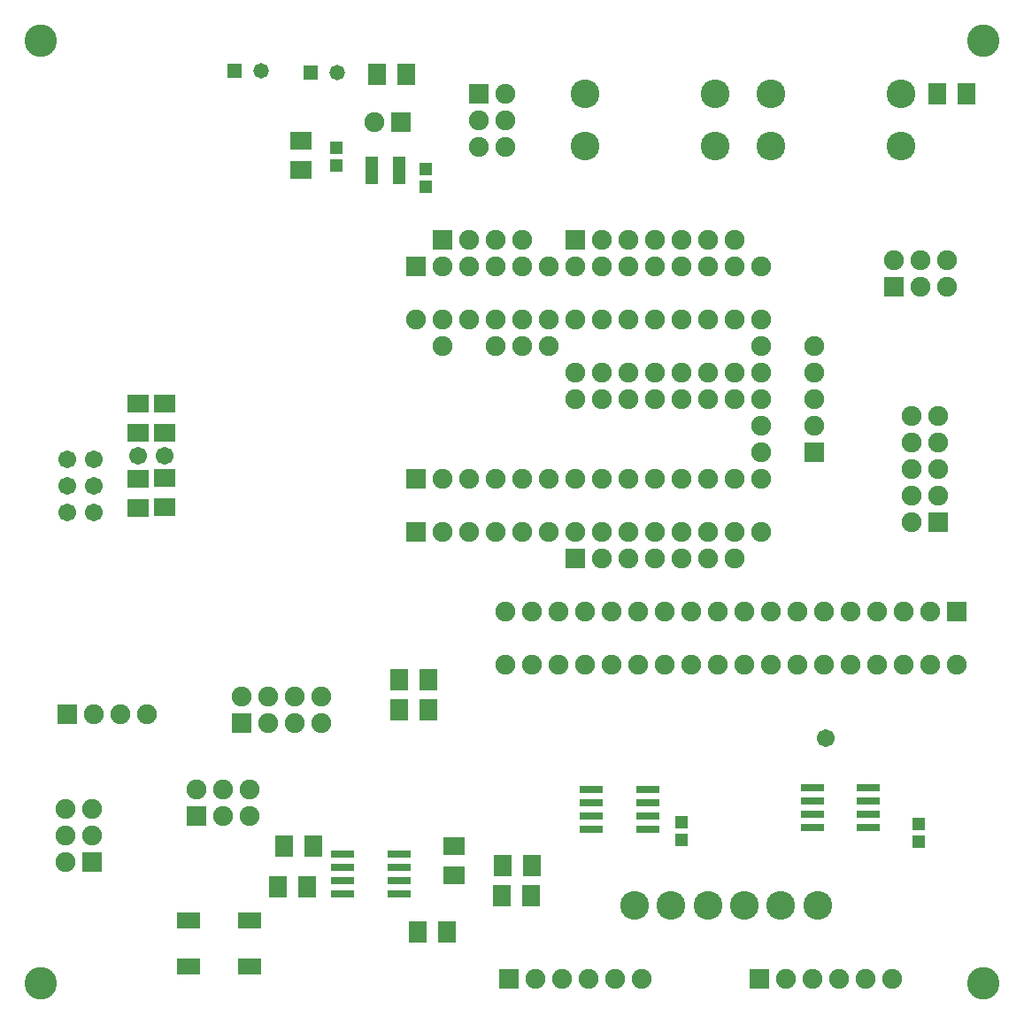
<source format=gbr>
G04 DipTrace 2.4.0.2*
%INTopMask.gbr*%
%MOMM*%
%ADD33C,1.702*%
%ADD35C,3.1*%
%ADD45R,2.204X0.804*%
%ADD47C,1.906*%
%ADD48R,1.204X0.654*%
%ADD50C,2.744*%
%ADD52R,1.804X2.004*%
%ADD54R,2.004X1.804*%
%ADD57C,1.904*%
%ADD59R,1.904X1.904*%
%ADD61R,1.474X1.474*%
%ADD63C,1.474*%
%ADD65R,2.304X1.604*%
%ADD67R,1.204X1.304*%
%FSLAX53Y53*%
G04*
G71*
G90*
G75*
G01*
%LNTopMask*%
%LPD*%
G54D67*
X75093Y29215D3*
Y27515D3*
X97797Y29056D3*
Y27356D3*
X42070Y92087D3*
Y93787D3*
X50643Y90023D3*
Y91723D3*
G54D65*
X27940Y15402D3*
Y19802D3*
X33814Y15402D3*
Y19802D3*
G54D63*
X42229Y100978D3*
G54D61*
X39689D3*
G54D63*
X34925Y101136D3*
G54D61*
X32385D3*
G54D35*
X103989Y103989D3*
X13819Y13819D3*
Y103989D3*
X103989Y13819D3*
G54D59*
X55729Y98909D3*
G54D57*
X58269D3*
X55729Y96369D3*
X58269D3*
X55729Y93829D3*
X58269D3*
G54D59*
X28734Y29850D3*
G54D57*
Y32390D3*
X31274Y29850D3*
Y32390D3*
X33814Y29850D3*
Y32390D3*
G54D59*
X82555Y14291D3*
G54D57*
X85095D3*
X87635D3*
X90175D3*
X92715D3*
X95255D3*
G54D59*
X58582D3*
G54D57*
X61122D3*
X63662D3*
X66202D3*
X68742D3*
X71282D3*
G54D59*
X18731Y25405D3*
G54D57*
X16191D3*
X18731Y27945D3*
X16191D3*
X18731Y30485D3*
X16191D3*
G54D59*
X49695Y56999D3*
G54D57*
X52235D3*
X54775D3*
X57315D3*
X59855D3*
X62395D3*
X64935D3*
X67475D3*
X70015D3*
X72555D3*
X75095D3*
X77635D3*
X80175D3*
X82715D3*
G54D59*
X49695Y82399D3*
G54D57*
X52235D3*
X54775D3*
X57315D3*
X59855D3*
X62395D3*
X64935D3*
X67475D3*
X70015D3*
X72555D3*
X75095D3*
X77635D3*
X80175D3*
X82715D3*
G54D59*
X87795Y64619D3*
G54D57*
Y67159D3*
Y69699D3*
Y72239D3*
Y74779D3*
G54D59*
X52235Y84939D3*
G54D57*
X54775D3*
X57315D3*
X59855D3*
G54D59*
X64935Y54459D3*
G54D57*
X67475D3*
X70015D3*
X72555D3*
X75095D3*
X77635D3*
X80175D3*
G54D59*
X64935Y84939D3*
G54D57*
X67475D3*
X70015D3*
X72555D3*
X75095D3*
X77635D3*
X80175D3*
G54D59*
X33020Y38741D3*
G54D57*
Y41281D3*
X35560Y38741D3*
Y41281D3*
X38100Y38741D3*
Y41281D3*
X40640Y38741D3*
Y41281D3*
G54D59*
X95416Y80497D3*
G54D57*
Y83037D3*
X97956Y80497D3*
Y83037D3*
X100496Y80497D3*
Y83037D3*
G54D59*
X101449Y49379D3*
G54D57*
X98909D3*
X96369D3*
X93829D3*
X91289D3*
X88749D3*
X86209D3*
X83669D3*
X81129D3*
X78589D3*
X76049D3*
X73509D3*
X70969D3*
X68429D3*
X65889D3*
X63349D3*
X60809D3*
X58269D3*
G54D59*
X48262Y96215D3*
G54D57*
X45722D3*
G54D59*
X99702Y57952D3*
G54D57*
X97162D3*
X99702Y60492D3*
X97162D3*
X99702Y63032D3*
X97162D3*
X99702Y65572D3*
X97162D3*
X99702Y68112D3*
X97162D3*
G54D33*
X88906Y37312D3*
X23177Y64303D3*
X16350Y58905D3*
X16349Y63985D3*
X18889D3*
X18890Y58905D3*
X16349Y61445D3*
X18889D3*
X25717Y64303D3*
G54D54*
Y66525D3*
Y69325D3*
G54D52*
X48103Y42869D3*
X50903D3*
X48103Y40011D3*
X50903D3*
G54D54*
X23177Y59280D3*
Y62080D3*
G54D52*
X60804Y25087D3*
X58004D3*
X60719Y22229D3*
X57919D3*
G54D54*
X53342Y24135D3*
Y26935D3*
G54D52*
X36513Y23023D3*
X39313D3*
X37148Y26992D3*
X39948D3*
X52735Y18737D3*
X49935D3*
X99629Y98909D3*
X102429D3*
G54D54*
X38736Y94468D3*
Y91668D3*
G54D52*
X46039Y100819D3*
X48839D3*
G54D54*
X25717Y59381D3*
Y62181D3*
X23177Y66525D3*
Y69325D3*
G54D50*
X65889Y98909D3*
X78389D3*
X65889Y93909D3*
X78389D3*
X83669Y98909D3*
X96169D3*
X83669Y93909D3*
X96169D3*
G54D59*
X16350Y39535D3*
G54D57*
X18890D3*
X21430D3*
X23970D3*
G54D48*
X48103Y90658D3*
Y91308D3*
Y91958D3*
Y92608D3*
X45503D3*
Y91958D3*
Y91308D3*
Y90658D3*
G54D47*
X49695Y77319D3*
X52235D3*
X54775D3*
X57315D3*
X59855D3*
X62395D3*
X64935D3*
X67475D3*
X70015D3*
X72555D3*
X75095D3*
X77635D3*
X80175D3*
X82715D3*
G54D59*
X49695Y62079D3*
G54D47*
X52235D3*
X54775D3*
X57315D3*
X59855D3*
X62395D3*
X64935D3*
X67475D3*
X70015D3*
X72555D3*
X75095D3*
X77635D3*
X80175D3*
X82715D3*
Y74779D3*
Y72239D3*
Y69699D3*
Y67159D3*
Y64619D3*
X52235Y74779D3*
X57315D3*
X59855D3*
X62395D3*
X64935Y72239D3*
Y69699D3*
X70015D3*
X67475D3*
Y72239D3*
X70015D3*
X72555D3*
X75095D3*
X77635D3*
X80175D3*
Y69699D3*
X77635D3*
X75095D3*
X72555D3*
X101449Y44299D3*
X98909D3*
X96369D3*
X93829D3*
X91289D3*
X88749D3*
X86209D3*
X83669D3*
X81129D3*
X78589D3*
X76049D3*
X73509D3*
X70969D3*
X68429D3*
X65889D3*
X63349D3*
X60809D3*
X58269D3*
G54D50*
X88149Y21267D3*
X84649D3*
X81154Y21261D3*
X77649Y21267D3*
X74149D3*
X70638Y21261D3*
G54D45*
X87636Y32549D3*
Y31279D3*
Y30009D3*
Y28739D3*
X93036D3*
Y30009D3*
Y31279D3*
Y32549D3*
X66520Y32390D3*
Y31120D3*
Y29850D3*
Y28580D3*
X71920D3*
Y29850D3*
Y31120D3*
Y32390D3*
X42705Y26199D3*
Y24929D3*
Y23659D3*
Y22389D3*
X48105D3*
Y23659D3*
Y24929D3*
Y26199D3*
M02*

</source>
